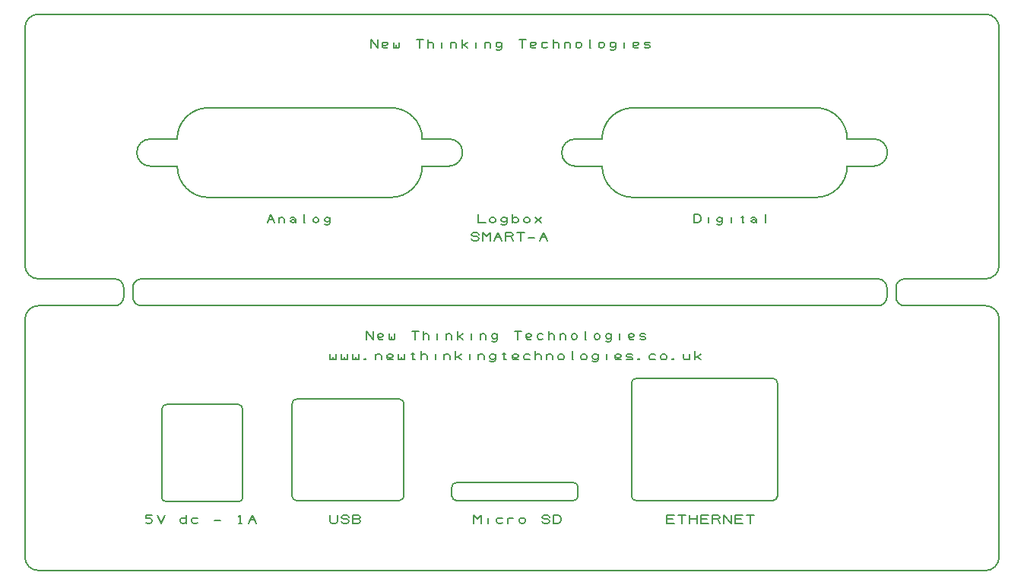
<source format=gbr>
%FSLAX36Y36*%
%MOMM*%
G04 EasyPC Gerber Version 18.0.8 Build 3632 *
%ADD11C,0.12700*%
%ADD12C,0.20000*%
X0Y0D02*
D02*
D11*
X41512700Y97411500D02*
G75*
G03X40012700Y95911500J-1500000D01*
G01*
Y69411500*
G75*
G03X41512700Y67911500I1500000*
G01*
X50012700*
G75*
G02X51012700Y66911500J-1000000*
G01*
Y65911500*
G75*
G02X50012700Y64911500I-1000000*
G01*
X41512700*
G75*
G03X40012700Y63411500J-1500000*
G01*
Y36911500*
G75*
G03X41512700Y35411500I1500000*
G01*
X147012700*
G75*
G03X148512700Y36911500J1500000*
G01*
Y63411500*
G75*
G03X147012700Y64911500I-1500000*
G01*
X138012700*
G75*
G02X137012700Y65911500J1000000*
G01*
Y66911500*
G75*
G02X138012700Y67911500I1000000*
G01*
X147012700*
G75*
G03X148512700Y69411500J1500000*
G01*
Y95911500*
G75*
G03X147012700Y97411500I-1500000*
G01*
X41512700*
X53012700Y67911500D02*
G75*
G03X52012700Y66911500J-1000000D01*
G01*
Y65911500*
G75*
G03X53012700Y64911500I1000000*
G01*
X135012700*
G75*
G03X136012700Y65911500J1000000*
G01*
Y66911500*
G75*
G03X135012700Y67911500I-1000000*
G01*
X53012700*
X55762700Y53911500D02*
G75*
G03X55262700Y53411500J-500000D01*
G01*
Y43511500*
G75*
G03X55662700Y43111500I400000*
G01*
X63862700*
G75*
G03X64262700Y43511500J400000*
G01*
Y53411500*
G75*
G03X63762700Y53911500I-500000*
G01*
X55762700*
X60441700Y86976500D02*
G75*
G03X56957300Y83492100J-3484400D01*
G01*
X53962700*
G75*
G03X52474700Y82004100J-1488000*
G01*
Y81954500*
G75*
G03X53956500Y80472700I1481800*
G01*
X56975900*
Y80460300*
G75*
G03X60447900Y76988300I3472000*
G01*
X80765300*
G75*
G03X84262100Y80485100J3496800*
G01*
X87269100*
G75*
G03X88750900Y81966900J1481800*
G01*
Y82022700*
G75*
G03X87275300Y83498300I-1475600*
G01*
X84262100*
G75*
G03X80783900Y86976500I-3478200*
G01*
X60441700*
X70262700Y54511500D02*
G75*
G03X69762700Y54011500J-500000D01*
G01*
Y43711500*
G75*
G03X70262700Y43211500I500000*
G01*
X81712700*
G75*
G03X82212700Y43711500J500000*
G01*
Y54011500*
G75*
G03X81712700Y54511500I-500000*
G01*
X70262700*
X88062700Y45211500D02*
G75*
G03X87562700Y44711500J-500000D01*
G01*
Y43711500*
G75*
G03X88062700Y43211500I500000*
G01*
X101112700*
G75*
G03X101612700Y43711500J500000*
G01*
Y44711500*
G75*
G03X101112700Y45211500I-500000*
G01*
X88062700*
X107762700Y86976500D02*
G75*
G03X104278300Y83492100J-3484400D01*
G01*
X101283700*
G75*
G03X99795700Y82004100J-1488000*
G01*
Y81954500*
G75*
G03X101277500Y80472700I1481800*
G01*
X104296900*
Y80460300*
G75*
G03X107768900Y76988300I3472000*
G01*
X128086300*
G75*
G03X131583100Y80485100J3496800*
G01*
X134590100*
G75*
G03X136071900Y81966900J1481800*
G01*
Y82022700*
G75*
G03X134596300Y83498300I-1475600*
G01*
X131583100*
G75*
G03X128104900Y86976500I-3478200*
G01*
X107762700*
X108062700Y56811500D02*
G75*
G03X107562700Y56311500J-500000D01*
G01*
Y43711500*
G75*
G03X108062700Y43211500I500000*
G01*
X123312700*
G75*
G03X123812700Y43711500J500000*
G01*
Y56311500*
G75*
G03X123312700Y56811500I-500000*
G01*
X108062700*
D02*
D12*
X53512700Y40729000D02*
X53671500Y40649600D01*
X53909600*
X54068300Y40729000*
X54147700Y40887800*
Y40967100*
X54068300Y41125900*
X53909600Y41205300*
X53512700*
Y41602100*
X54147700*
X54782700D02*
X55179600Y40649600D01*
X55576500Y41602100*
X57957700Y41046500D02*
X57878300Y41205300D01*
X57719600Y41284600*
X57560800*
X57402100Y41205300*
X57322700Y41046500*
Y40887800*
X57402100Y40729000*
X57560800Y40649600*
X57719600*
X57878300Y40729000*
X57957700Y40887800*
Y40649600D02*
Y41602100D01*
X59227700Y41205300D02*
X59069000Y41284600D01*
X58830800*
X58672100Y41205300*
X58592700Y41046500*
Y40887800*
X58672100Y40729000*
X58830800Y40649600*
X59069000*
X59227700Y40729000*
X61132700Y40967100D02*
X61767700D01*
X63831500Y40649600D02*
X64149000D01*
X63990200D02*
Y41602100D01*
X63831500Y41443400*
X64942700Y40649600D02*
X65339600Y41602100D01*
X65736500Y40649600*
X65101500Y41046500D02*
X65577700D01*
X67012700Y74149600D02*
X67409600Y75102100D01*
X67806500Y74149600*
X67171500Y74546500D02*
X67647700D01*
X68282700Y74149600D02*
Y74784600D01*
Y74546500D02*
X68362100Y74705300D01*
X68520800Y74784600*
X68679600*
X68838300Y74705300*
X68917700Y74546500*
Y74149600*
X69552700Y74705300D02*
X69711500Y74784600D01*
X69949600*
X70108300Y74705300*
X70187700Y74546500*
Y74308400*
X70108300Y74229000*
X69949600Y74149600*
X69790800*
X69632100Y74229000*
X69552700Y74308400*
Y74387800*
X69632100Y74467100*
X69790800Y74546500*
X69949600*
X70108300Y74467100*
X70187700Y74387800*
Y74308400D02*
Y74149600D01*
X71219600D02*
X71140200D01*
Y75102100*
X72092700Y74387800D02*
X72172100Y74229000D01*
X72330800Y74149600*
X72489600*
X72648300Y74229000*
X72727700Y74387800*
Y74546500*
X72648300Y74705300*
X72489600Y74784600*
X72330800*
X72172100Y74705300*
X72092700Y74546500*
Y74387800*
X73997700Y74546500D02*
X73918300Y74705300D01*
X73759600Y74784600*
X73600800*
X73442100Y74705300*
X73362700Y74546500*
Y74467100*
X73442100Y74308400*
X73600800Y74229000*
X73759600*
X73918300Y74308400*
X73997700Y74467100*
Y74784600D02*
Y74149600D01*
X73918300Y73990900*
X73759600Y73911500*
X73521500*
X73362700Y73990900*
X74012700Y41602100D02*
Y40887800D01*
X74092100Y40729000*
X74250800Y40649600*
X74568300*
X74727100Y40729000*
X74806500Y40887800*
Y41602100*
X75282700Y40887800D02*
X75362100Y40729000D01*
X75520800Y40649600*
X75838300*
X75997100Y40729000*
X76076500Y40887800*
X75997100Y41046500*
X75838300Y41125900*
X75520800*
X75362100Y41205300*
X75282700Y41364000*
X75362100Y41522800*
X75520800Y41602100*
X75838300*
X75997100Y41522800*
X76076500Y41364000*
X77108300Y41125900D02*
X77267100Y41046500D01*
X77346500Y40887800*
X77267100Y40729000*
X77108300Y40649600*
X76552700*
Y41602100*
X77108300*
X77267100Y41522800*
X77346500Y41364000*
X77267100Y41205300*
X77108300Y41125900*
X76552700*
X74012700Y59534600D02*
Y58979000D01*
X74092100Y58899600*
X74250800*
X74330200Y58979000*
Y59217100*
Y58979000D02*
X74409600Y58899600D01*
X74568300*
X74647700Y58979000*
Y59534600*
X75282700D02*
Y58979000D01*
X75362100Y58899600*
X75520800*
X75600200Y58979000*
Y59217100*
Y58979000D02*
X75679600Y58899600D01*
X75838300*
X75917700Y58979000*
Y59534600*
X76552700D02*
Y58979000D01*
X76632100Y58899600*
X76790800*
X76870200Y58979000*
Y59217100*
Y58979000D02*
X76949600Y58899600D01*
X77108300*
X77187700Y58979000*
Y59534600*
X77902100Y58899600D02*
X77981500Y58979000D01*
X77902100Y59058400*
X77822700Y58979000*
X77902100Y58899600*
X79092700D02*
Y59534600D01*
Y59296500D02*
X79172100Y59455300D01*
X79330800Y59534600*
X79489600*
X79648300Y59455300*
X79727700Y59296500*
Y58899600*
X80997700Y58979000D02*
X80918300Y58899600D01*
X80759600*
X80600800*
X80442100Y58979000*
X80362700Y59137800*
Y59375900*
X80442100Y59455300*
X80600800Y59534600*
X80759600*
X80918300Y59455300*
X80997700Y59375900*
Y59296500*
X80918300Y59217100*
X80759600Y59137800*
X80600800*
X80442100Y59217100*
X80362700Y59296500*
X81632700Y59534600D02*
Y58979000D01*
X81712100Y58899600*
X81870800*
X81950200Y58979000*
Y59217100*
Y58979000D02*
X82029600Y58899600D01*
X82188300*
X82267700Y58979000*
Y59534600*
X83061500D02*
X83379000D01*
X83220200Y59693400D02*
Y58979000D01*
X83299600Y58899600*
X83379000*
X83458300Y58979000*
X84172700Y58899600D02*
Y59852100D01*
Y59296500D02*
X84252100Y59455300D01*
X84410800Y59534600*
X84569600*
X84728300Y59455300*
X84807700Y59296500*
Y58899600*
X85760200D02*
Y59534600D01*
Y59772800D02*
X86712700Y58899600*
Y59534600D01*
Y59296500D02*
X86792100Y59455300D01*
X86950800Y59534600*
X87109600*
X87268300Y59455300*
X87347700Y59296500*
Y58899600*
X87982700D02*
Y59852100D01*
Y59217100D02*
X88220800D01*
X88617700Y59534600*
X88220800Y59217100D02*
X88617700Y58899600D01*
X89570200D02*
Y59534600D01*
Y59772800D02*
X90522700Y58899600*
Y59534600D01*
Y59296500D02*
X90602100Y59455300D01*
X90760800Y59534600*
X90919600*
X91078300Y59455300*
X91157700Y59296500*
Y58899600*
X92427700Y59296500D02*
X92348300Y59455300D01*
X92189600Y59534600*
X92030800*
X91872100Y59455300*
X91792700Y59296500*
Y59217100*
X91872100Y59058400*
X92030800Y58979000*
X92189600*
X92348300Y59058400*
X92427700Y59217100*
Y59534600D02*
Y58899600D01*
X92348300Y58740900*
X92189600Y58661500*
X91951500*
X91792700Y58740900*
X93221500Y59534600D02*
X93539000D01*
X93380200Y59693400D02*
Y58979000D01*
X93459600Y58899600*
X93539000*
X93618300Y58979000*
X94967700D02*
X94888300Y58899600D01*
X94729600*
X94570800*
X94412100Y58979000*
X94332700Y59137800*
Y59375900*
X94412100Y59455300*
X94570800Y59534600*
X94729600*
X94888300Y59455300*
X94967700Y59375900*
Y59296500*
X94888300Y59217100*
X94729600Y59137800*
X94570800*
X94412100Y59217100*
X94332700Y59296500*
X96237700Y59455300D02*
X96079000Y59534600D01*
X95840800*
X95682100Y59455300*
X95602700Y59296500*
Y59137800*
X95682100Y58979000*
X95840800Y58899600*
X96079000*
X96237700Y58979000*
X96872700Y58899600D02*
Y59852100D01*
Y59296500D02*
X96952100Y59455300D01*
X97110800Y59534600*
X97269600*
X97428300Y59455300*
X97507700Y59296500*
Y58899600*
X98142700D02*
Y59534600D01*
Y59296500D02*
X98222100Y59455300D01*
X98380800Y59534600*
X98539600*
X98698300Y59455300*
X98777700Y59296500*
Y58899600*
X99412700Y59137800D02*
X99492100Y58979000D01*
X99650800Y58899600*
X99809600*
X99968300Y58979000*
X100047700Y59137800*
Y59296500*
X99968300Y59455300*
X99809600Y59534600*
X99650800*
X99492100Y59455300*
X99412700Y59296500*
Y59137800*
X101079600Y58899600D02*
X101000200D01*
Y59852100*
X101952700Y59137800D02*
X102032100Y58979000D01*
X102190800Y58899600*
X102349600*
X102508300Y58979000*
X102587700Y59137800*
Y59296500*
X102508300Y59455300*
X102349600Y59534600*
X102190800*
X102032100Y59455300*
X101952700Y59296500*
Y59137800*
X103857700Y59296500D02*
X103778300Y59455300D01*
X103619600Y59534600*
X103460800*
X103302100Y59455300*
X103222700Y59296500*
Y59217100*
X103302100Y59058400*
X103460800Y58979000*
X103619600*
X103778300Y59058400*
X103857700Y59217100*
Y59534600D02*
Y58899600D01*
X103778300Y58740900*
X103619600Y58661500*
X103381500*
X103222700Y58740900*
X104810200Y58899600D02*
Y59534600D01*
Y59772800D02*
X106397700Y58979000*
X106318300Y58899600D01*
X106159600*
X106000800*
X105842100Y58979000*
X105762700Y59137800*
Y59375900*
X105842100Y59455300*
X106000800Y59534600*
X106159600*
X106318300Y59455300*
X106397700Y59375900*
Y59296500*
X106318300Y59217100*
X106159600Y59137800*
X106000800*
X105842100Y59217100*
X105762700Y59296500*
X107032700Y58979000D02*
X107191500Y58899600D01*
X107509000*
X107667700Y58979000*
Y59137800*
X107509000Y59217100*
X107191500*
X107032700Y59296500*
Y59455300*
X107191500Y59534600*
X107509000*
X107667700Y59455300*
X108382100Y58899600D02*
X108461500Y58979000D01*
X108382100Y59058400*
X108302700Y58979000*
X108382100Y58899600*
X110207700Y59455300D02*
X110049000Y59534600D01*
X109810800*
X109652100Y59455300*
X109572700Y59296500*
Y59137800*
X109652100Y58979000*
X109810800Y58899600*
X110049000*
X110207700Y58979000*
X110842700Y59137800D02*
X110922100Y58979000D01*
X111080800Y58899600*
X111239600*
X111398300Y58979000*
X111477700Y59137800*
Y59296500*
X111398300Y59455300*
X111239600Y59534600*
X111080800*
X110922100Y59455300*
X110842700Y59296500*
Y59137800*
X112192100Y58899600D02*
X112271500Y58979000D01*
X112192100Y59058400*
X112112700Y58979000*
X112192100Y58899600*
X113382700Y59534600D02*
Y59137800D01*
X113462100Y58979000*
X113620800Y58899600*
X113779600*
X113938300Y58979000*
X114017700Y59137800*
Y59534600D02*
Y58899600D01*
X114652700D02*
Y59852100D01*
Y59217100D02*
X114890800D01*
X115287700Y59534600*
X114890800Y59217100D02*
X115287700Y58899600D01*
X78012700Y61149600D02*
Y62102100D01*
X78806500Y61149600*
Y62102100*
X79917700Y61229000D02*
X79838300Y61149600D01*
X79679600*
X79520800*
X79362100Y61229000*
X79282700Y61387800*
Y61625900*
X79362100Y61705300*
X79520800Y61784600*
X79679600*
X79838300Y61705300*
X79917700Y61625900*
Y61546500*
X79838300Y61467100*
X79679600Y61387800*
X79520800*
X79362100Y61467100*
X79282700Y61546500*
X80552700Y61784600D02*
Y61229000D01*
X80632100Y61149600*
X80790800*
X80870200Y61229000*
Y61467100*
Y61229000D02*
X80949600Y61149600D01*
X81108300*
X81187700Y61229000*
Y61784600*
X83489600Y61149600D02*
Y62102100D01*
X83092700D02*
X83886500D01*
X84362700Y61149600D02*
Y62102100D01*
Y61546500D02*
X84442100Y61705300D01*
X84600800Y61784600*
X84759600*
X84918300Y61705300*
X84997700Y61546500*
Y61149600*
X85950200D02*
Y61784600D01*
Y62022800D02*
X86902700Y61149600*
Y61784600D01*
Y61546500D02*
X86982100Y61705300D01*
X87140800Y61784600*
X87299600*
X87458300Y61705300*
X87537700Y61546500*
Y61149600*
X88172700D02*
Y62102100D01*
Y61467100D02*
X88410800D01*
X88807700Y61784600*
X88410800Y61467100D02*
X88807700Y61149600D01*
X89760200D02*
Y61784600D01*
Y62022800D02*
X90712700Y61149600*
Y61784600D01*
Y61546500D02*
X90792100Y61705300D01*
X90950800Y61784600*
X91109600*
X91268300Y61705300*
X91347700Y61546500*
Y61149600*
X92617700Y61546500D02*
X92538300Y61705300D01*
X92379600Y61784600*
X92220800*
X92062100Y61705300*
X91982700Y61546500*
Y61467100*
X92062100Y61308400*
X92220800Y61229000*
X92379600*
X92538300Y61308400*
X92617700Y61467100*
Y61784600D02*
Y61149600D01*
X92538300Y60990900*
X92379600Y60911500*
X92141500*
X91982700Y60990900*
X94919600Y61149600D02*
Y62102100D01*
X94522700D02*
X95316500D01*
X96427700Y61229000D02*
X96348300Y61149600D01*
X96189600*
X96030800*
X95872100Y61229000*
X95792700Y61387800*
Y61625900*
X95872100Y61705300*
X96030800Y61784600*
X96189600*
X96348300Y61705300*
X96427700Y61625900*
Y61546500*
X96348300Y61467100*
X96189600Y61387800*
X96030800*
X95872100Y61467100*
X95792700Y61546500*
X97697700Y61705300D02*
X97539000Y61784600D01*
X97300800*
X97142100Y61705300*
X97062700Y61546500*
Y61387800*
X97142100Y61229000*
X97300800Y61149600*
X97539000*
X97697700Y61229000*
X98332700Y61149600D02*
Y62102100D01*
Y61546500D02*
X98412100Y61705300D01*
X98570800Y61784600*
X98729600*
X98888300Y61705300*
X98967700Y61546500*
Y61149600*
X99602700D02*
Y61784600D01*
Y61546500D02*
X99682100Y61705300D01*
X99840800Y61784600*
X99999600*
X100158300Y61705300*
X100237700Y61546500*
Y61149600*
X100872700Y61387800D02*
X100952100Y61229000D01*
X101110800Y61149600*
X101269600*
X101428300Y61229000*
X101507700Y61387800*
Y61546500*
X101428300Y61705300*
X101269600Y61784600*
X101110800*
X100952100Y61705300*
X100872700Y61546500*
Y61387800*
X102539600Y61149600D02*
X102460200D01*
Y62102100*
X103412700Y61387800D02*
X103492100Y61229000D01*
X103650800Y61149600*
X103809600*
X103968300Y61229000*
X104047700Y61387800*
Y61546500*
X103968300Y61705300*
X103809600Y61784600*
X103650800*
X103492100Y61705300*
X103412700Y61546500*
Y61387800*
X105317700Y61546500D02*
X105238300Y61705300D01*
X105079600Y61784600*
X104920800*
X104762100Y61705300*
X104682700Y61546500*
Y61467100*
X104762100Y61308400*
X104920800Y61229000*
X105079600*
X105238300Y61308400*
X105317700Y61467100*
Y61784600D02*
Y61149600D01*
X105238300Y60990900*
X105079600Y60911500*
X104841500*
X104682700Y60990900*
X106270200Y61149600D02*
Y61784600D01*
Y62022800D02*
X107857700Y61229000*
X107778300Y61149600D01*
X107619600*
X107460800*
X107302100Y61229000*
X107222700Y61387800*
Y61625900*
X107302100Y61705300*
X107460800Y61784600*
X107619600*
X107778300Y61705300*
X107857700Y61625900*
Y61546500*
X107778300Y61467100*
X107619600Y61387800*
X107460800*
X107302100Y61467100*
X107222700Y61546500*
X108492700Y61229000D02*
X108651500Y61149600D01*
X108969000*
X109127700Y61229000*
Y61387800*
X108969000Y61467100*
X108651500*
X108492700Y61546500*
Y61705300*
X108651500Y61784600*
X108969000*
X109127700Y61705300*
X78512700Y93649600D02*
Y94602100D01*
X79306500Y93649600*
Y94602100*
X80417700Y93729000D02*
X80338300Y93649600D01*
X80179600*
X80020800*
X79862100Y93729000*
X79782700Y93887800*
Y94125900*
X79862100Y94205300*
X80020800Y94284600*
X80179600*
X80338300Y94205300*
X80417700Y94125900*
Y94046500*
X80338300Y93967100*
X80179600Y93887800*
X80020800*
X79862100Y93967100*
X79782700Y94046500*
X81052700Y94284600D02*
Y93729000D01*
X81132100Y93649600*
X81290800*
X81370200Y93729000*
Y93967100*
Y93729000D02*
X81449600Y93649600D01*
X81608300*
X81687700Y93729000*
Y94284600*
X83989600Y93649600D02*
Y94602100D01*
X83592700D02*
X84386500D01*
X84862700Y93649600D02*
Y94602100D01*
Y94046500D02*
X84942100Y94205300D01*
X85100800Y94284600*
X85259600*
X85418300Y94205300*
X85497700Y94046500*
Y93649600*
X86450200D02*
Y94284600D01*
Y94522800D02*
X87402700Y93649600*
Y94284600D01*
Y94046500D02*
X87482100Y94205300D01*
X87640800Y94284600*
X87799600*
X87958300Y94205300*
X88037700Y94046500*
Y93649600*
X88672700D02*
Y94602100D01*
Y93967100D02*
X88910800D01*
X89307700Y94284600*
X88910800Y93967100D02*
X89307700Y93649600D01*
X90260200D02*
Y94284600D01*
Y94522800D02*
X91212700Y93649600*
Y94284600D01*
Y94046500D02*
X91292100Y94205300D01*
X91450800Y94284600*
X91609600*
X91768300Y94205300*
X91847700Y94046500*
Y93649600*
X93117700Y94046500D02*
X93038300Y94205300D01*
X92879600Y94284600*
X92720800*
X92562100Y94205300*
X92482700Y94046500*
Y93967100*
X92562100Y93808400*
X92720800Y93729000*
X92879600*
X93038300Y93808400*
X93117700Y93967100*
Y94284600D02*
Y93649600D01*
X93038300Y93490900*
X92879600Y93411500*
X92641500*
X92482700Y93490900*
X95419600Y93649600D02*
Y94602100D01*
X95022700D02*
X95816500D01*
X96927700Y93729000D02*
X96848300Y93649600D01*
X96689600*
X96530800*
X96372100Y93729000*
X96292700Y93887800*
Y94125900*
X96372100Y94205300*
X96530800Y94284600*
X96689600*
X96848300Y94205300*
X96927700Y94125900*
Y94046500*
X96848300Y93967100*
X96689600Y93887800*
X96530800*
X96372100Y93967100*
X96292700Y94046500*
X98197700Y94205300D02*
X98039000Y94284600D01*
X97800800*
X97642100Y94205300*
X97562700Y94046500*
Y93887800*
X97642100Y93729000*
X97800800Y93649600*
X98039000*
X98197700Y93729000*
X98832700Y93649600D02*
Y94602100D01*
Y94046500D02*
X98912100Y94205300D01*
X99070800Y94284600*
X99229600*
X99388300Y94205300*
X99467700Y94046500*
Y93649600*
X100102700D02*
Y94284600D01*
Y94046500D02*
X100182100Y94205300D01*
X100340800Y94284600*
X100499600*
X100658300Y94205300*
X100737700Y94046500*
Y93649600*
X101372700Y93887800D02*
X101452100Y93729000D01*
X101610800Y93649600*
X101769600*
X101928300Y93729000*
X102007700Y93887800*
Y94046500*
X101928300Y94205300*
X101769600Y94284600*
X101610800*
X101452100Y94205300*
X101372700Y94046500*
Y93887800*
X103039600Y93649600D02*
X102960200D01*
Y94602100*
X103912700Y93887800D02*
X103992100Y93729000D01*
X104150800Y93649600*
X104309600*
X104468300Y93729000*
X104547700Y93887800*
Y94046500*
X104468300Y94205300*
X104309600Y94284600*
X104150800*
X103992100Y94205300*
X103912700Y94046500*
Y93887800*
X105817700Y94046500D02*
X105738300Y94205300D01*
X105579600Y94284600*
X105420800*
X105262100Y94205300*
X105182700Y94046500*
Y93967100*
X105262100Y93808400*
X105420800Y93729000*
X105579600*
X105738300Y93808400*
X105817700Y93967100*
Y94284600D02*
Y93649600D01*
X105738300Y93490900*
X105579600Y93411500*
X105341500*
X105182700Y93490900*
X106770200Y93649600D02*
Y94284600D01*
Y94522800D02*
X108357700Y93729000*
X108278300Y93649600D01*
X108119600*
X107960800*
X107802100Y93729000*
X107722700Y93887800*
Y94125900*
X107802100Y94205300*
X107960800Y94284600*
X108119600*
X108278300Y94205300*
X108357700Y94125900*
Y94046500*
X108278300Y93967100*
X108119600Y93887800*
X107960800*
X107802100Y93967100*
X107722700Y94046500*
X108992700Y93729000D02*
X109151500Y93649600D01*
X109469000*
X109627700Y93729000*
Y93887800*
X109469000Y93967100*
X109151500*
X108992700Y94046500*
Y94205300*
X109151500Y94284600*
X109469000*
X109627700Y94205300*
X89762700Y72387800D02*
X89842100Y72229000D01*
X90000800Y72149600*
X90318300*
X90477100Y72229000*
X90556500Y72387800*
X90477100Y72546500*
X90318300Y72625900*
X90000800*
X89842100Y72705300*
X89762700Y72864000*
X89842100Y73022800*
X90000800Y73102100*
X90318300*
X90477100Y73022800*
X90556500Y72864000*
X91032700Y72149600D02*
Y73102100D01*
X91429600Y72625900*
X91826500Y73102100*
Y72149600*
X92302700D02*
X92699600Y73102100D01*
X93096500Y72149600*
X92461500Y72546500D02*
X92937700D01*
X93572700Y72149600D02*
Y73102100D01*
X94128300*
X94287100Y73022800*
X94366500Y72864000*
X94287100Y72705300*
X94128300Y72625900*
X93572700*
X94128300D02*
X94366500Y72149600D01*
X95239600D02*
Y73102100D01*
X94842700D02*
X95636500D01*
X96112700Y72467100D02*
X96747700D01*
X97382700Y72149600D02*
X97779600Y73102100D01*
X98176500Y72149600*
X97541500Y72546500D02*
X98017700D01*
X90012700Y40649600D02*
Y41602100D01*
X90409600Y41125900*
X90806500Y41602100*
Y40649600*
X91600200D02*
Y41284600D01*
Y41522800D02*
X93187700Y41205300*
X93029000Y41284600D01*
X92790800*
X92632100Y41205300*
X92552700Y41046500*
Y40887800*
X92632100Y40729000*
X92790800Y40649600*
X93029000*
X93187700Y40729000*
X93822700Y40649600D02*
Y41284600D01*
Y41046500D02*
X93902100Y41205300D01*
X94060800Y41284600*
X94219600*
X94378300Y41205300*
X95092700Y40887800D02*
X95172100Y40729000D01*
X95330800Y40649600*
X95489600*
X95648300Y40729000*
X95727700Y40887800*
Y41046500*
X95648300Y41205300*
X95489600Y41284600*
X95330800*
X95172100Y41205300*
X95092700Y41046500*
Y40887800*
X97632700D02*
X97712100Y40729000D01*
X97870800Y40649600*
X98188300*
X98347100Y40729000*
X98426500Y40887800*
X98347100Y41046500*
X98188300Y41125900*
X97870800*
X97712100Y41205300*
X97632700Y41364000*
X97712100Y41522800*
X97870800Y41602100*
X98188300*
X98347100Y41522800*
X98426500Y41364000*
X98902700Y40649600D02*
Y41602100D01*
X99379000*
X99537700Y41522800*
X99617100Y41443400*
X99696500Y41284600*
Y40967100*
X99617100Y40808400*
X99537700Y40729000*
X99379000Y40649600*
X98902700*
X90512700Y75102100D02*
Y74149600D01*
X91306500*
X91782700Y74387800D02*
X91862100Y74229000D01*
X92020800Y74149600*
X92179600*
X92338300Y74229000*
X92417700Y74387800*
Y74546500*
X92338300Y74705300*
X92179600Y74784600*
X92020800*
X91862100Y74705300*
X91782700Y74546500*
Y74387800*
X93687700Y74546500D02*
X93608300Y74705300D01*
X93449600Y74784600*
X93290800*
X93132100Y74705300*
X93052700Y74546500*
Y74467100*
X93132100Y74308400*
X93290800Y74229000*
X93449600*
X93608300Y74308400*
X93687700Y74467100*
Y74784600D02*
Y74149600D01*
X93608300Y73990900*
X93449600Y73911500*
X93211500*
X93052700Y73990900*
X94322700Y74387800D02*
X94402100Y74229000D01*
X94560800Y74149600*
X94719600*
X94878300Y74229000*
X94957700Y74387800*
Y74546500*
X94878300Y74705300*
X94719600Y74784600*
X94560800*
X94402100Y74705300*
X94322700Y74546500*
Y74149600D02*
Y75102100D01*
X95592700Y74387800D02*
X95672100Y74229000D01*
X95830800Y74149600*
X95989600*
X96148300Y74229000*
X96227700Y74387800*
Y74546500*
X96148300Y74705300*
X95989600Y74784600*
X95830800*
X95672100Y74705300*
X95592700Y74546500*
Y74387800*
X96862700Y74149600D02*
X97497700Y74784600D01*
Y74149600D02*
X96862700Y74784600D01*
X111512700Y40649600D02*
Y41602100D01*
X112306500*
X112147700Y41125900D02*
X111512700D01*
Y40649600D02*
X112306500D01*
X113179600D02*
Y41602100D01*
X112782700D02*
X113576500D01*
X114052700Y40649600D02*
Y41602100D01*
Y41125900D02*
X114846500D01*
Y40649600D02*
Y41602100D01*
X115322700Y40649600D02*
Y41602100D01*
X116116500*
X115957700Y41125900D02*
X115322700D01*
Y40649600D02*
X116116500D01*
X116592700D02*
Y41602100D01*
X117148300*
X117307100Y41522800*
X117386500Y41364000*
X117307100Y41205300*
X117148300Y41125900*
X116592700*
X117148300D02*
X117386500Y40649600D01*
X117862700D02*
Y41602100D01*
X118656500Y40649600*
Y41602100*
X119132700Y40649600D02*
Y41602100D01*
X119926500*
X119767700Y41125900D02*
X119132700D01*
Y40649600D02*
X119926500D01*
X120799600D02*
Y41602100D01*
X120402700D02*
X121196500D01*
X114512700Y74149600D02*
Y75102100D01*
X114989000*
X115147700Y75022800*
X115227100Y74943400*
X115306500Y74784600*
Y74467100*
X115227100Y74308400*
X115147700Y74229000*
X114989000Y74149600*
X114512700*
X116100200D02*
Y74784600D01*
Y75022800D02*
X117687700Y74546500*
X117608300Y74705300D01*
X117449600Y74784600*
X117290800*
X117132100Y74705300*
X117052700Y74546500*
Y74467100*
X117132100Y74308400*
X117290800Y74229000*
X117449600*
X117608300Y74308400*
X117687700Y74467100*
Y74784600D02*
Y74149600D01*
X117608300Y73990900*
X117449600Y73911500*
X117211500*
X117052700Y73990900*
X118640200Y74149600D02*
Y74784600D01*
Y75022800D02*
X119751500Y74784600*
X120069000D01*
X119910200Y74943400D02*
Y74229000D01*
X119989600Y74149600*
X120069000*
X120148300Y74229000*
X120862700Y74705300D02*
X121021500Y74784600D01*
X121259600*
X121418300Y74705300*
X121497700Y74546500*
Y74308400*
X121418300Y74229000*
X121259600Y74149600*
X121100800*
X120942100Y74229000*
X120862700Y74308400*
Y74387800*
X120942100Y74467100*
X121100800Y74546500*
X121259600*
X121418300Y74467100*
X121497700Y74387800*
Y74308400D02*
Y74149600D01*
X122529600D02*
X122450200D01*
Y75102100*
X0Y0D02*
M02*

</source>
